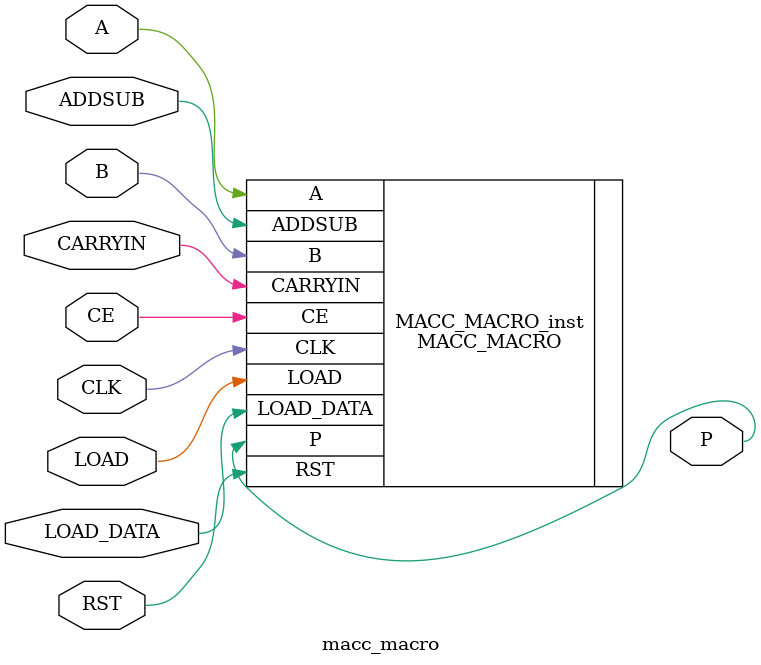
<source format=v>
module macc_macro(output P, input A, input ADDSUB, input B, input CARRYIN, input CE, input CLK, input LOAD, input LOAD_DATA, input RST);
// MACC_MACRO: Multiply Accumulate Function implemented in a DSP48E
//             7 Series
// Xilinx HDL Language Template, version 2021.2

MACC_MACRO #(
   .DEVICE("7SERIES"), // Target Device: "7SERIES"
   .LATENCY(3),        // Desired clock cycle latency, 1-4
   .WIDTH_A(25),       // Multiplier A-input bus width, 1-25
   .WIDTH_B(18),       // Multiplier B-input bus width, 1-18
   .WIDTH_P(48)        // Accumulator output bus width, 1-48
) MACC_MACRO_inst (
   .P(P),     // MACC output bus, width determined by WIDTH_P parameter
   .A(A),     // MACC input A bus, width determined by WIDTH_A parameter
   .ADDSUB(ADDSUB), // 1-bit add/sub input, high selects add, low selects subtract
   .B(B),     // MACC input B bus, width determined by WIDTH_B parameter
   .CARRYIN(CARRYIN), // 1-bit carry-in input to accumulator
   .CE(CE),     // 1-bit active high input clock enable
   .CLK(CLK),   // 1-bit positive edge clock input
   .LOAD(LOAD), // 1-bit active high input load accumulator enable
   .LOAD_DATA(LOAD_DATA), // Load accumulator input data, width determined by WIDTH_P parameter
   .RST(RST)    // 1-bit input active high reset
);

// End of MACC_MACRO_inst instantiation

endmodule 

</source>
